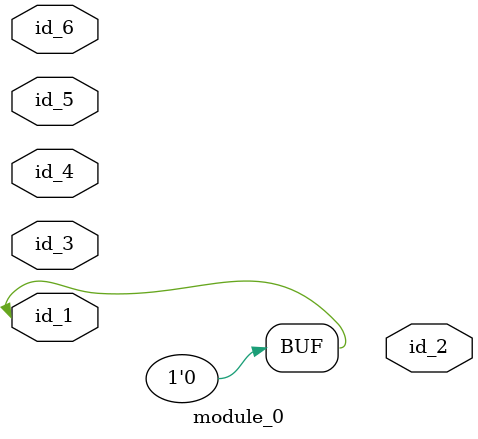
<source format=v>
`timescale 1ps / 1 ps
module module_0 (
    id_1,
    id_2,
    id_3,
    id_4,
    id_5,
    id_6
);
  inout id_6;
  inout id_5;
  input id_4;
  inout id_3;
  output id_2;
  inout id_1;
  always @(*) begin
    id_1 <= 1'b0;
  end
endmodule

</source>
